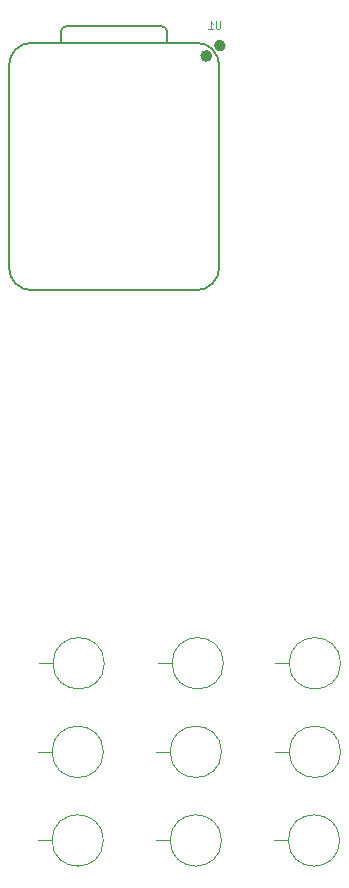
<source format=gbr>
%TF.GenerationSoftware,KiCad,Pcbnew,9.0.2*%
%TF.CreationDate,2025-06-22T22:22:16+03:00*%
%TF.ProjectId,macropad,6d616372-6f70-4616-942e-6b696361645f,rev?*%
%TF.SameCoordinates,Original*%
%TF.FileFunction,Legend,Bot*%
%TF.FilePolarity,Positive*%
%FSLAX46Y46*%
G04 Gerber Fmt 4.6, Leading zero omitted, Abs format (unit mm)*
G04 Created by KiCad (PCBNEW 9.0.2) date 2025-06-22 22:22:16*
%MOMM*%
%LPD*%
G01*
G04 APERTURE LIST*
%ADD10C,0.101600*%
%ADD11C,0.120000*%
%ADD12C,0.127000*%
%ADD13C,0.100000*%
%ADD14C,0.504000*%
G04 APERTURE END LIST*
D10*
X128983809Y-51153479D02*
X128983809Y-51667526D01*
X128983809Y-51667526D02*
X128953571Y-51728002D01*
X128953571Y-51728002D02*
X128923333Y-51758241D01*
X128923333Y-51758241D02*
X128862857Y-51788479D01*
X128862857Y-51788479D02*
X128741904Y-51788479D01*
X128741904Y-51788479D02*
X128681428Y-51758241D01*
X128681428Y-51758241D02*
X128651190Y-51728002D01*
X128651190Y-51728002D02*
X128620952Y-51667526D01*
X128620952Y-51667526D02*
X128620952Y-51153479D01*
X127985952Y-51788479D02*
X128348809Y-51788479D01*
X128167381Y-51788479D02*
X128167381Y-51153479D01*
X128167381Y-51153479D02*
X128227857Y-51244193D01*
X128227857Y-51244193D02*
X128288333Y-51304669D01*
X128288333Y-51304669D02*
X128348809Y-51334907D01*
D11*
%TO.C,D1*%
X114825101Y-105500000D02*
X113620000Y-105500000D01*
X119174899Y-105500000D02*
G75*
G02*
X114825101Y-105500000I-2174899J0D01*
G01*
X114825101Y-105500000D02*
G75*
G02*
X119174899Y-105500000I2174899J0D01*
G01*
%TO.C,D8*%
X134825101Y-113000000D02*
X133620000Y-113000000D01*
X139174899Y-113000000D02*
G75*
G02*
X134825101Y-113000000I-2174899J0D01*
G01*
X134825101Y-113000000D02*
G75*
G02*
X139174899Y-113000000I2174899J0D01*
G01*
%TO.C,D9*%
X134745101Y-120500000D02*
X133540000Y-120500000D01*
X139094899Y-120500000D02*
G75*
G02*
X134745101Y-120500000I-2174899J0D01*
G01*
X134745101Y-120500000D02*
G75*
G02*
X139094899Y-120500000I2174899J0D01*
G01*
%TO.C,D7*%
X134825101Y-105500000D02*
X133620000Y-105500000D01*
X139174899Y-105500000D02*
G75*
G02*
X134825101Y-105500000I-2174899J0D01*
G01*
X134825101Y-105500000D02*
G75*
G02*
X139174899Y-105500000I2174899J0D01*
G01*
%TO.C,D5*%
X124745101Y-113000000D02*
X123540000Y-113000000D01*
X129094899Y-113000000D02*
G75*
G02*
X124745101Y-113000000I-2174899J0D01*
G01*
X124745101Y-113000000D02*
G75*
G02*
X129094899Y-113000000I2174899J0D01*
G01*
%TO.C,D6*%
X124745101Y-120500000D02*
X123540000Y-120500000D01*
X129094899Y-120500000D02*
G75*
G02*
X124745101Y-120500000I-2174899J0D01*
G01*
X124745101Y-120500000D02*
G75*
G02*
X129094899Y-120500000I2174899J0D01*
G01*
D12*
%TO.C,U1*%
X111110000Y-72009000D02*
X111110000Y-54864000D01*
D13*
X113015000Y-52959000D02*
X126985000Y-52959000D01*
D12*
X113015000Y-52959000D02*
X126985000Y-52959000D01*
X115496000Y-52049000D02*
X115496000Y-52959000D01*
X123991272Y-51549000D02*
X115996000Y-51549000D01*
X124495000Y-52959000D02*
X124491272Y-52048728D01*
X126985000Y-73914000D02*
X113015000Y-73914000D01*
X128890000Y-72009000D02*
X128890000Y-54864000D01*
X111110000Y-54864000D02*
G75*
G02*
X113015000Y-52959000I1905000J0D01*
G01*
X113015000Y-73914000D02*
G75*
G02*
X111110000Y-72009000I0J1905000D01*
G01*
X115496000Y-52049000D02*
G75*
G02*
X115996000Y-51549000I500000J0D01*
G01*
X123991272Y-51549000D02*
G75*
G02*
X124491273Y-52048728I-18J-500019D01*
G01*
X126985000Y-52959000D02*
G75*
G02*
X128890000Y-54864000I-1J-1905001D01*
G01*
X128890000Y-72009000D02*
G75*
G02*
X126985000Y-73914000I-1905001J1D01*
G01*
D14*
X128059000Y-54080000D02*
G75*
G02*
X127555000Y-54080000I-252000J0D01*
G01*
X127555000Y-54080000D02*
G75*
G02*
X128059000Y-54080000I252000J0D01*
G01*
X129202000Y-53200000D02*
G75*
G02*
X128698000Y-53200000I-252000J0D01*
G01*
X128698000Y-53200000D02*
G75*
G02*
X129202000Y-53200000I252000J0D01*
G01*
D11*
%TO.C,D3*%
X114745101Y-120500000D02*
X113540000Y-120500000D01*
X119094899Y-120500000D02*
G75*
G02*
X114745101Y-120500000I-2174899J0D01*
G01*
X114745101Y-120500000D02*
G75*
G02*
X119094899Y-120500000I2174899J0D01*
G01*
%TO.C,D2*%
X114745101Y-113000000D02*
X113540000Y-113000000D01*
X119094899Y-113000000D02*
G75*
G02*
X114745101Y-113000000I-2174899J0D01*
G01*
X114745101Y-113000000D02*
G75*
G02*
X119094899Y-113000000I2174899J0D01*
G01*
%TO.C,D4*%
X124905101Y-105500000D02*
X123700000Y-105500000D01*
X129254899Y-105500000D02*
G75*
G02*
X124905101Y-105500000I-2174899J0D01*
G01*
X124905101Y-105500000D02*
G75*
G02*
X129254899Y-105500000I2174899J0D01*
G01*
%TD*%
M02*

</source>
